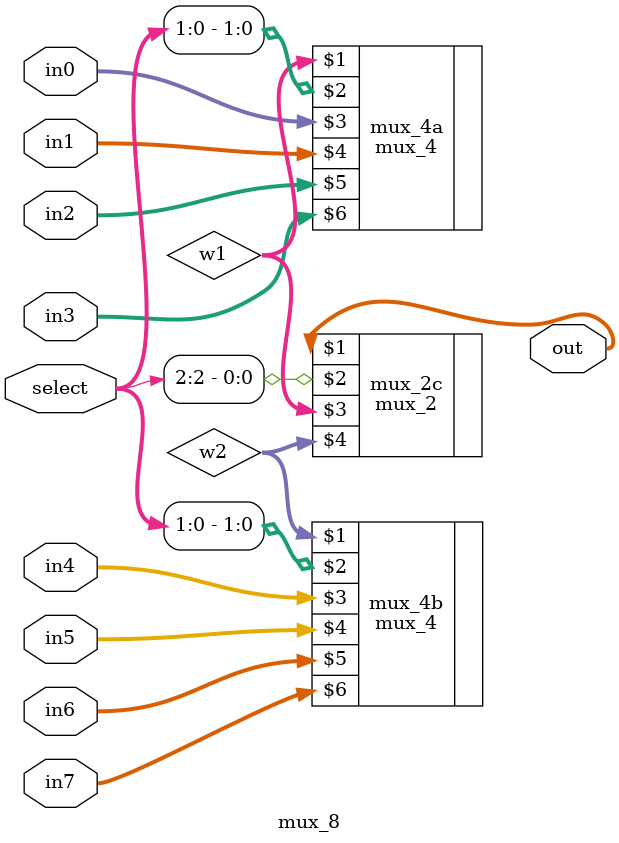
<source format=v>

module mux_8(out, select, in0, in1, in2, in3, in4, in5, in6, in7);

    input [2:0] select;
    input [31:0] in0, in1, in2, in3, in4, in5, in6, in7;
    output [31:0] out;

    wire [31:0] w1, w2;

    mux_4 mux_4a(w1, select[1:0], in0, in1, in2, in3);
    mux_4 mux_4b(w2, select[1:0], in4, in5, in6, in7);
    mux_2 mux_2c(out, select[2], w1, w2);

endmodule

</source>
